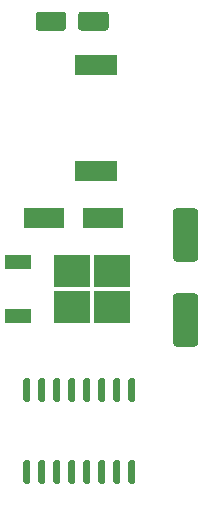
<source format=gbr>
%TF.GenerationSoftware,KiCad,Pcbnew,(5.1.6-0-10_14)*%
%TF.CreationDate,2021-01-02T16:58:20+01:00*%
%TF.ProjectId,driver-v2,64726976-6572-42d7-9632-2e6b69636164,rev?*%
%TF.SameCoordinates,Original*%
%TF.FileFunction,Paste,Top*%
%TF.FilePolarity,Positive*%
%FSLAX46Y46*%
G04 Gerber Fmt 4.6, Leading zero omitted, Abs format (unit mm)*
G04 Created by KiCad (PCBNEW (5.1.6-0-10_14)) date 2021-01-02 16:58:20*
%MOMM*%
%LPD*%
G01*
G04 APERTURE LIST*
%ADD10R,3.500000X1.800000*%
%ADD11R,3.600000X1.800000*%
%ADD12R,2.200000X1.200000*%
%ADD13R,3.050000X2.750000*%
G04 APERTURE END LIST*
%TO.C,C3*%
G36*
G01*
X36300000Y-28850000D02*
X36300000Y-27750000D01*
G75*
G02*
X36550000Y-27500000I250000J0D01*
G01*
X38650000Y-27500000D01*
G75*
G02*
X38900000Y-27750000I0J-250000D01*
G01*
X38900000Y-28850000D01*
G75*
G02*
X38650000Y-29100000I-250000J0D01*
G01*
X36550000Y-29100000D01*
G75*
G02*
X36300000Y-28850000I0J250000D01*
G01*
G37*
G36*
G01*
X39900000Y-28850000D02*
X39900000Y-27750000D01*
G75*
G02*
X40150000Y-27500000I250000J0D01*
G01*
X42250000Y-27500000D01*
G75*
G02*
X42500000Y-27750000I0J-250000D01*
G01*
X42500000Y-28850000D01*
G75*
G02*
X42250000Y-29100000I-250000J0D01*
G01*
X40150000Y-29100000D01*
G75*
G02*
X39900000Y-28850000I0J250000D01*
G01*
G37*
%TD*%
%TO.C,C6*%
G36*
G01*
X48200000Y-51350000D02*
X49800000Y-51350000D01*
G75*
G02*
X50050000Y-51600000I0J-250000D01*
G01*
X50050000Y-55600000D01*
G75*
G02*
X49800000Y-55850000I-250000J0D01*
G01*
X48200000Y-55850000D01*
G75*
G02*
X47950000Y-55600000I0J250000D01*
G01*
X47950000Y-51600000D01*
G75*
G02*
X48200000Y-51350000I250000J0D01*
G01*
G37*
G36*
G01*
X48200000Y-44150000D02*
X49800000Y-44150000D01*
G75*
G02*
X50050000Y-44400000I0J-250000D01*
G01*
X50050000Y-48400000D01*
G75*
G02*
X49800000Y-48650000I-250000J0D01*
G01*
X48200000Y-48650000D01*
G75*
G02*
X47950000Y-48400000I0J250000D01*
G01*
X47950000Y-44400000D01*
G75*
G02*
X48200000Y-44150000I250000J0D01*
G01*
G37*
%TD*%
D10*
%TO.C,D1*%
X37000000Y-45000000D03*
X42000000Y-45000000D03*
%TD*%
D11*
%TO.C,L1*%
X41400000Y-32000000D03*
X41400000Y-41000000D03*
%TD*%
D12*
%TO.C,Q1*%
X34800000Y-48720000D03*
X34800000Y-53280000D03*
D13*
X42775000Y-52525000D03*
X39425000Y-49475000D03*
X42775000Y-49475000D03*
X39425000Y-52525000D03*
%TD*%
%TO.C,U1*%
G36*
G01*
X35705000Y-67450000D02*
X35405000Y-67450000D01*
G75*
G02*
X35255000Y-67300000I0J150000D01*
G01*
X35255000Y-65625000D01*
G75*
G02*
X35405000Y-65475000I150000J0D01*
G01*
X35705000Y-65475000D01*
G75*
G02*
X35855000Y-65625000I0J-150000D01*
G01*
X35855000Y-67300000D01*
G75*
G02*
X35705000Y-67450000I-150000J0D01*
G01*
G37*
G36*
G01*
X36975000Y-67450000D02*
X36675000Y-67450000D01*
G75*
G02*
X36525000Y-67300000I0J150000D01*
G01*
X36525000Y-65625000D01*
G75*
G02*
X36675000Y-65475000I150000J0D01*
G01*
X36975000Y-65475000D01*
G75*
G02*
X37125000Y-65625000I0J-150000D01*
G01*
X37125000Y-67300000D01*
G75*
G02*
X36975000Y-67450000I-150000J0D01*
G01*
G37*
G36*
G01*
X38245000Y-67450000D02*
X37945000Y-67450000D01*
G75*
G02*
X37795000Y-67300000I0J150000D01*
G01*
X37795000Y-65625000D01*
G75*
G02*
X37945000Y-65475000I150000J0D01*
G01*
X38245000Y-65475000D01*
G75*
G02*
X38395000Y-65625000I0J-150000D01*
G01*
X38395000Y-67300000D01*
G75*
G02*
X38245000Y-67450000I-150000J0D01*
G01*
G37*
G36*
G01*
X39515000Y-67450000D02*
X39215000Y-67450000D01*
G75*
G02*
X39065000Y-67300000I0J150000D01*
G01*
X39065000Y-65625000D01*
G75*
G02*
X39215000Y-65475000I150000J0D01*
G01*
X39515000Y-65475000D01*
G75*
G02*
X39665000Y-65625000I0J-150000D01*
G01*
X39665000Y-67300000D01*
G75*
G02*
X39515000Y-67450000I-150000J0D01*
G01*
G37*
G36*
G01*
X40785000Y-67450000D02*
X40485000Y-67450000D01*
G75*
G02*
X40335000Y-67300000I0J150000D01*
G01*
X40335000Y-65625000D01*
G75*
G02*
X40485000Y-65475000I150000J0D01*
G01*
X40785000Y-65475000D01*
G75*
G02*
X40935000Y-65625000I0J-150000D01*
G01*
X40935000Y-67300000D01*
G75*
G02*
X40785000Y-67450000I-150000J0D01*
G01*
G37*
G36*
G01*
X42055000Y-67450000D02*
X41755000Y-67450000D01*
G75*
G02*
X41605000Y-67300000I0J150000D01*
G01*
X41605000Y-65625000D01*
G75*
G02*
X41755000Y-65475000I150000J0D01*
G01*
X42055000Y-65475000D01*
G75*
G02*
X42205000Y-65625000I0J-150000D01*
G01*
X42205000Y-67300000D01*
G75*
G02*
X42055000Y-67450000I-150000J0D01*
G01*
G37*
G36*
G01*
X43325000Y-67450000D02*
X43025000Y-67450000D01*
G75*
G02*
X42875000Y-67300000I0J150000D01*
G01*
X42875000Y-65625000D01*
G75*
G02*
X43025000Y-65475000I150000J0D01*
G01*
X43325000Y-65475000D01*
G75*
G02*
X43475000Y-65625000I0J-150000D01*
G01*
X43475000Y-67300000D01*
G75*
G02*
X43325000Y-67450000I-150000J0D01*
G01*
G37*
G36*
G01*
X44595000Y-67450000D02*
X44295000Y-67450000D01*
G75*
G02*
X44145000Y-67300000I0J150000D01*
G01*
X44145000Y-65625000D01*
G75*
G02*
X44295000Y-65475000I150000J0D01*
G01*
X44595000Y-65475000D01*
G75*
G02*
X44745000Y-65625000I0J-150000D01*
G01*
X44745000Y-67300000D01*
G75*
G02*
X44595000Y-67450000I-150000J0D01*
G01*
G37*
G36*
G01*
X44595000Y-60525000D02*
X44295000Y-60525000D01*
G75*
G02*
X44145000Y-60375000I0J150000D01*
G01*
X44145000Y-58700000D01*
G75*
G02*
X44295000Y-58550000I150000J0D01*
G01*
X44595000Y-58550000D01*
G75*
G02*
X44745000Y-58700000I0J-150000D01*
G01*
X44745000Y-60375000D01*
G75*
G02*
X44595000Y-60525000I-150000J0D01*
G01*
G37*
G36*
G01*
X43325000Y-60525000D02*
X43025000Y-60525000D01*
G75*
G02*
X42875000Y-60375000I0J150000D01*
G01*
X42875000Y-58700000D01*
G75*
G02*
X43025000Y-58550000I150000J0D01*
G01*
X43325000Y-58550000D01*
G75*
G02*
X43475000Y-58700000I0J-150000D01*
G01*
X43475000Y-60375000D01*
G75*
G02*
X43325000Y-60525000I-150000J0D01*
G01*
G37*
G36*
G01*
X42055000Y-60525000D02*
X41755000Y-60525000D01*
G75*
G02*
X41605000Y-60375000I0J150000D01*
G01*
X41605000Y-58700000D01*
G75*
G02*
X41755000Y-58550000I150000J0D01*
G01*
X42055000Y-58550000D01*
G75*
G02*
X42205000Y-58700000I0J-150000D01*
G01*
X42205000Y-60375000D01*
G75*
G02*
X42055000Y-60525000I-150000J0D01*
G01*
G37*
G36*
G01*
X40785000Y-60525000D02*
X40485000Y-60525000D01*
G75*
G02*
X40335000Y-60375000I0J150000D01*
G01*
X40335000Y-58700000D01*
G75*
G02*
X40485000Y-58550000I150000J0D01*
G01*
X40785000Y-58550000D01*
G75*
G02*
X40935000Y-58700000I0J-150000D01*
G01*
X40935000Y-60375000D01*
G75*
G02*
X40785000Y-60525000I-150000J0D01*
G01*
G37*
G36*
G01*
X39515000Y-60525000D02*
X39215000Y-60525000D01*
G75*
G02*
X39065000Y-60375000I0J150000D01*
G01*
X39065000Y-58700000D01*
G75*
G02*
X39215000Y-58550000I150000J0D01*
G01*
X39515000Y-58550000D01*
G75*
G02*
X39665000Y-58700000I0J-150000D01*
G01*
X39665000Y-60375000D01*
G75*
G02*
X39515000Y-60525000I-150000J0D01*
G01*
G37*
G36*
G01*
X38245000Y-60525000D02*
X37945000Y-60525000D01*
G75*
G02*
X37795000Y-60375000I0J150000D01*
G01*
X37795000Y-58700000D01*
G75*
G02*
X37945000Y-58550000I150000J0D01*
G01*
X38245000Y-58550000D01*
G75*
G02*
X38395000Y-58700000I0J-150000D01*
G01*
X38395000Y-60375000D01*
G75*
G02*
X38245000Y-60525000I-150000J0D01*
G01*
G37*
G36*
G01*
X36975000Y-60525000D02*
X36675000Y-60525000D01*
G75*
G02*
X36525000Y-60375000I0J150000D01*
G01*
X36525000Y-58700000D01*
G75*
G02*
X36675000Y-58550000I150000J0D01*
G01*
X36975000Y-58550000D01*
G75*
G02*
X37125000Y-58700000I0J-150000D01*
G01*
X37125000Y-60375000D01*
G75*
G02*
X36975000Y-60525000I-150000J0D01*
G01*
G37*
G36*
G01*
X35705000Y-60525000D02*
X35405000Y-60525000D01*
G75*
G02*
X35255000Y-60375000I0J150000D01*
G01*
X35255000Y-58700000D01*
G75*
G02*
X35405000Y-58550000I150000J0D01*
G01*
X35705000Y-58550000D01*
G75*
G02*
X35855000Y-58700000I0J-150000D01*
G01*
X35855000Y-60375000D01*
G75*
G02*
X35705000Y-60525000I-150000J0D01*
G01*
G37*
%TD*%
M02*

</source>
